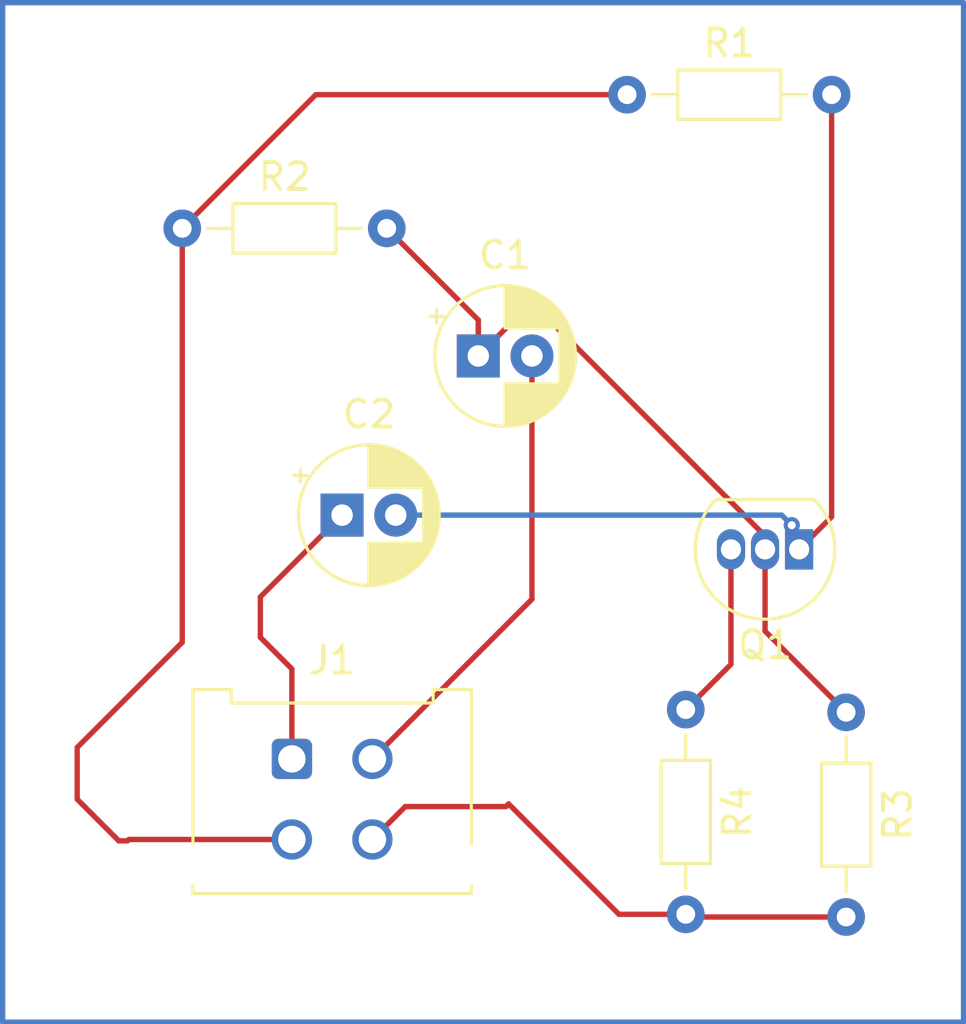
<source format=kicad_pcb>
(kicad_pcb (version 20240108) (generator "pcbnew") (generator_version "8.0")
  (layers (0 "F.Cu" signal) (31 "B.Cu" signal) (34 "B.Paste" user) (35 "F.Paste" user) (36 "B.SilkS" user "B.Silkscreen") (37 "F.SilkS" user "F.Silkscreen") (38 "B.Mask" user) (39 "F.Mask" user) (44 "Edge.Cuts" user))
  (net 0 "")
  (net 1 "input")
  (net 2 "Net-(Q1-B)")
  (net 3 "out")
  (net 4 "Net-(Q1-C)")
  (net 5 "Net-(J1-Pin_3)")
  (net 6 "Net-(J1-Pin_4)")
  (net 7 "Net-(Q1-E)")
  (footprint "Resistor_THT:R_Axial_DIN0204_L3.6mm_D1.6mm_P7.62mm_Horizontal" (layer "F.Cu") (at 156.35 109.14 -90)
    (property "Reference" "R3" (at 3.81 -1.92 90) (layer "F.SilkS"))
    (property "Value" "10k")
    (fp_line (start 1.89 0.92) (end 5.73 0.92) (stroke (width 0.12)) (layer "F.SilkS"))
    (fp_line (start 5.73 0.92) (end 5.73 -0.92) (stroke (width 0.12)) (layer "F.SilkS"))
    (fp_line (start 0.94 0) (end 1.89 0) (stroke (width 0.12)) (layer "F.SilkS"))
    (fp_line (start 6.68 0) (end 5.73 0) (stroke (width 0.12)) (layer "F.SilkS"))
    (fp_line (start 1.89 -0.92) (end 1.89 0.92) (stroke (width 0.12)) (layer "F.SilkS"))
    (fp_line (start 5.73 -0.92) (end 1.89 -0.92) (stroke (width 0.12)) (layer "F.SilkS"))
    (pad "1" thru_hole circle (at 0 0 270) (size 1.4 1.4) (drill 0.7) (layers "*.Cu" "*.Mask") (net 2 "Net-(Q1-B)"))
    (pad "2" thru_hole oval (at 7.62 0 270) (size 1.4 1.4) (drill 0.7) (layers "*.Cu" "*.Mask") (net 6 "Net-(J1-Pin_4)"))
  )
  (footprint "Resistor_THT:R_Axial_DIN0204_L3.6mm_D1.6mm_P7.62mm_Horizontal" (layer "F.Cu") (at 148.19 86.15)
    (property "Reference" "R1" (at 3.81 -1.92 0) (layer "F.SilkS"))
    (property "Value" "4.7k")
    (fp_line (start 0.94 0) (end 1.89 0) (stroke (width 0.12)) (layer "F.SilkS"))
    (fp_line (start 1.89 -0.92) (end 1.89 0.92) (stroke (width 0.12)) (layer "F.SilkS"))
    (fp_line (start 1.89 0.92) (end 5.73 0.92) (stroke (width 0.12)) (layer "F.SilkS"))
    (fp_line (start 5.73 -0.92) (end 1.89 -0.92) (stroke (width 0.12)) (layer "F.SilkS"))
    (fp_line (start 5.73 0.92) (end 5.73 -0.92) (stroke (width 0.12)) (layer "F.SilkS"))
    (fp_line (start 6.68 0) (end 5.73 0) (stroke (width 0.12)) (layer "F.SilkS"))
    (pad "1" thru_hole circle (at 0 0) (size 1.4 1.4) (drill 0.7) (layers "*.Cu" "*.Mask") (net 5 "Net-(J1-Pin_3)"))
    (pad "2" thru_hole oval (at 7.62 0) (size 1.4 1.4) (drill 0.7) (layers "*.Cu" "*.Mask") (net 4 "Net-(Q1-C)"))
  )
  (footprint "Capacitor_THT:CP_Radial_D5.0mm_P2.00mm" (layer "F.Cu") (at 142.644888 95.875)
    (property "Reference" "C1" (at 1 -3.75 0) (layer "F.SilkS"))
    (property "Value" "1u")
    (fp_line (start -1.804775 -1.475) (end -1.304775 -1.475) (stroke (width 0.12)) (layer "F.SilkS"))
    (fp_line (start -1.554775 -1.725) (end -1.554775 -1.225) (stroke (width 0.12)) (layer "F.SilkS"))
    (fp_line (start 1 -2.58) (end 1 -1.04) (stroke (width 0.12)) (layer "F.SilkS"))
    (fp_line (start 1 1.04) (end 1 2.58) (stroke (width 0.12)) (layer "F.SilkS"))
    (fp_line (start 1.04 -2.58) (end 1.04 -1.04) (stroke (width 0.12)) (layer "F.SilkS"))
    (fp_line (start 1.04 1.04) (end 1.04 2.58) (stroke (width 0.12)) (layer "F.SilkS"))
    (fp_line (start 1.08 -2.579) (end 1.08 -1.04) (stroke (width 0.12)) (layer "F.SilkS"))
    (fp_line (start 1.08 1.04) (end 1.08 2.579) (stroke (width 0.12)) (layer "F.SilkS"))
    (fp_line (start 1.12 -2.578) (end 1.12 -1.04) (stroke (width 0.12)) (layer "F.SilkS"))
    (fp_line (start 1.12 1.04) (end 1.12 2.578) (stroke (width 0.12)) (layer "F.SilkS"))
    (fp_line (start 1.16 -2.576) (end 1.16 -1.04) (stroke (width 0.12)) (layer "F.SilkS"))
    (fp_line (start 1.16 1.04) (end 1.16 2.576) (stroke (width 0.12)) (layer "F.SilkS"))
    (fp_line (start 1.2 -2.573) (end 1.2 -1.04) (stroke (width 0.12)) (layer "F.SilkS"))
    (fp_line (start 1.2 1.04) (end 1.2 2.573) (stroke (width 0.12)) (layer "F.SilkS"))
    (fp_line (start 1.24 -2.569) (end 1.24 -1.04) (stroke (width 0.12)) (layer "F.SilkS"))
    (fp_line (start 1.24 1.04) (end 1.24 2.569) (stroke (width 0.12)) (layer "F.SilkS"))
    (fp_line (start 1.28 -2.565) (end 1.28 -1.04) (stroke (width 0.12)) (layer "F.SilkS"))
    (fp_line (start 1.28 1.04) (end 1.28 2.565) (stroke (width 0.12)) (layer "F.SilkS"))
    (fp_line (start 1.32 -2.561) (end 1.32 -1.04) (stroke (width 0.12)) (layer "F.SilkS"))
    (fp_line (start 1.32 1.04) (end 1.32 2.561) (stroke (width 0.12)) (layer "F.SilkS"))
    (fp_line (start 1.36 -2.556) (end 1.36 -1.04) (stroke (width 0.12)) (layer "F.SilkS"))
    (fp_line (start 1.36 1.04) (end 1.36 2.556) (stroke (width 0.12)) (layer "F.SilkS"))
    (fp_line (start 1.4 -2.55) (end 1.4 -1.04) (stroke (width 0.12)) (layer "F.SilkS"))
    (fp_line (start 1.4 1.04) (end 1.4 2.55) (stroke (width 0.12)) (layer "F.SilkS"))
    (fp_line (start 1.44 -2.543) (end 1.44 -1.04) (stroke (width 0.12)) (layer "F.SilkS"))
    (fp_line (start 1.44 1.04) (end 1.44 2.543) (stroke (width 0.12)) (layer "F.SilkS"))
    (fp_line (start 1.48 -2.536) (end 1.48 -1.04) (stroke (width 0.12)) (layer "F.SilkS"))
    (fp_line (start 1.48 1.04) (end 1.48 2.536) (stroke (width 0.12)) (layer "F.SilkS"))
    (fp_line (start 1.52 -2.528) (end 1.52 -1.04) (stroke (width 0.12)) (layer "F.SilkS"))
    (fp_line (start 1.52 1.04) (end 1.52 2.528) (stroke (width 0.12)) (layer "F.SilkS"))
    (fp_line (start 1.56 -2.52) (end 1.56 -1.04) (stroke (width 0.12)) (layer "F.SilkS"))
    (fp_line (start 1.56 1.04) (end 1.56 2.52) (stroke (width 0.12)) (layer "F.SilkS"))
    (fp_line (start 1.6 -2.511) (end 1.6 -1.04) (stroke (width 0.12)) (layer "F.SilkS"))
    (fp_line (start 1.6 1.04) (end 1.6 2.511) (stroke (width 0.12)) (layer "F.SilkS"))
    (fp_line (start 1.64 -2.501) (end 1.64 -1.04) (stroke (width 0.12)) (layer "F.SilkS"))
    (fp_line (start 1.64 1.04) (end 1.64 2.501) (stroke (width 0.12)) (layer "F.SilkS"))
    (fp_line (start 1.68 -2.491) (end 1.68 -1.04) (stroke (width 0.12)) (layer "F.SilkS"))
    (fp_line (start 1.68 1.04) (end 1.68 2.491) (stroke (width 0.12)) (layer "F.SilkS"))
    (fp_line (start 1.721 -2.48) (end 1.721 -1.04) (stroke (width 0.12)) (layer "F.SilkS"))
    (fp_line (start 1.721 1.04) (end 1.721 2.48) (stroke (width 0.12)) (layer "F.SilkS"))
    (fp_line (start 1.761 -2.468) (end 1.761 -1.04) (stroke (width 0.12)) (layer "F.SilkS"))
    (fp_line (start 1.761 1.04) (end 1.761 2.468) (stroke (width 0.12)) (layer "F.SilkS"))
    (fp_line (start 1.801 -2.455) (end 1.801 -1.04) (stroke (width 0.12)) (layer "F.SilkS"))
    (fp_line (start 1.801 1.04) (end 1.801 2.455) (stroke (width 0.12)) (layer "F.SilkS"))
    (fp_line (start 1.841 -2.442) (end 1.841 -1.04) (stroke (width 0.12)) (layer "F.SilkS"))
    (fp_line (start 1.841 1.04) (end 1.841 2.442) (stroke (width 0.12)) (layer "F.SilkS"))
    (fp_line (start 1.881 -2.428) (end 1.881 -1.04) (stroke (width 0.12)) (layer "F.SilkS"))
    (fp_line (start 1.881 1.04) (end 1.881 2.428) (stroke (width 0.12)) (layer "F.SilkS"))
    (fp_line (start 1.921 -2.414) (end 1.921 -1.04) (stroke (width 0.12)) (layer "F.SilkS"))
    (fp_line (start 1.921 1.04) (end 1.921 2.414) (stroke (width 0.12)) (layer "F.SilkS"))
    (fp_line (start 1.961 -2.398) (end 1.961 -1.04) (stroke (width 0.12)) (layer "F.SilkS"))
    (fp_line (start 1.961 1.04) (end 1.961 2.398) (stroke (width 0.12)) (layer "F.SilkS"))
    (fp_line (start 2.001 -2.382) (end 2.001 -1.04) (stroke (width 0.12)) (layer "F.SilkS"))
    (fp_line (start 2.001 1.04) (end 2.001 2.382) (stroke (width 0.12)) (layer "F.SilkS"))
    (fp_line (start 2.041 -2.365) (end 2.041 -1.04) (stroke (width 0.12)) (layer "F.SilkS"))
    (fp_line (start 2.041 1.04) (end 2.041 2.365) (stroke (width 0.12)) (layer "F.SilkS"))
    (fp_line (start 2.081 -2.348) (end 2.081 -1.04) (stroke (width 0.12)) (layer "F.SilkS"))
    (fp_line (start 2.081 1.04) (end 2.081 2.348) (stroke (width 0.12)) (layer "F.SilkS"))
    (fp_line (start 2.121 -2.329) (end 2.121 -1.04) (stroke (width 0.12)) (layer "F.SilkS"))
    (fp_line (start 2.121 1.04) (end 2.121 2.329) (stroke (width 0.12)) (layer "F.SilkS"))
    (fp_line (start 2.161 -2.31) (end 2.161 -1.04) (stroke (width 0.12)) (layer "F.SilkS"))
    (fp_line (start 2.161 1.04) (end 2.161 2.31) (stroke (width 0.12)) (layer "F.SilkS"))
    (fp_line (start 2.201 -2.29) (end 2.201 -1.04) (stroke (width 0.12)) (layer "F.SilkS"))
    (fp_line (start 2.201 1.04) (end 2.201 2.29) (stroke (width 0.12)) (layer "F.SilkS"))
    (fp_line (start 2.241 -2.268) (end 2.241 -1.04) (stroke (width 0.12)) (layer "F.SilkS"))
    (fp_line (start 2.241 1.04) (end 2.241 2.268) (stroke (width 0.12)) (layer "F.SilkS"))
    (fp_line (start 2.281 -2.247) (end 2.281 -1.04) (stroke (width 0.12)) (layer "F.SilkS"))
    (fp_line (start 2.281 1.04) (end 2.281 2.247) (stroke (width 0.12)) (layer "F.SilkS"))
    (fp_line (start 2.321 -2.224) (end 2.321 -1.04) (stroke (width 0.12)) (layer "F.SilkS"))
    (fp_line (start 2.321 1.04) (end 2.321 2.224) (stroke (width 0.12)) (layer "F.SilkS"))
    (fp_line (start 2.361 -2.2) (end 2.361 -1.04) (stroke (width 0.12)) (layer "F.SilkS"))
    (fp_line (start 2.361 1.04) (end 2.361 2.2) (stroke (width 0.12)) (layer "F.SilkS"))
    (fp_line (start 2.401 -2.175) (end 2.401 -1.04) (stroke (width 0.12)) (layer "F.SilkS"))
    (fp_line (start 2.401 1.04) (end 2.401 2.175) (stroke (width 0.12)) (layer "F.SilkS"))
    (fp_line (start 2.441 -2.149) (end 2.441 -1.04) (stroke (width 0.12)) (layer "F.SilkS"))
    (fp_line (start 2.441 1.04) (end 2.441 2.149) (stroke (width 0.12)) (layer "F.SilkS"))
    (fp_line (start 2.481 -2.122) (end 2.481 -1.04) (stroke (width 0.12)) (layer "F.SilkS"))
    (fp_line (start 2.481 1.04) (end 2.481 2.122) (stroke (width 0.12)) (layer "F.SilkS"))
    (fp_line (start 2.521 -2.095) (end 2.521 -1.04) (stroke (width 0.12)) (layer "F.SilkS"))
    (fp_line (start 2.521 1.04) (end 2.521 2.095) (stroke (width 0.12)) (layer "F.SilkS"))
    (fp_line (start 2.561 -2.065) (end 2.561 -1.04) (stroke (width 0.12)) (layer "F.SilkS"))
    (fp_line (start 2.561 1.04) (end 2.561 2.065) (stroke (width 0.12)) (layer "F.SilkS"))
    (fp_line (start 2.601 -2.035) (end 2.601 -1.04) (stroke (width 0.12)) (layer "F.SilkS"))
    (fp_line (start 2.601 1.04) (end 2.601 2.035) (stroke (width 0.12)) (layer "F.SilkS"))
    (fp_line (start 2.641 -2.004) (end 2.641 -1.04) (stroke (width 0.12)) (layer "F.SilkS"))
    (fp_line (start 2.641 1.04) (end 2.641 2.004) (stroke (width 0.12)) (layer "F.SilkS"))
    (fp_line (start 2.681 -1.971) (end 2.681 -1.04) (stroke (width 0.12)) (layer "F.SilkS"))
    (fp_line (start 2.681 1.04) (end 2.681 1.971) (stroke (width 0.12)) (layer "F.SilkS"))
    (fp_line (start 2.721 -1.937) (end 2.721 -1.04) (stroke (width 0.12)) (layer "F.SilkS"))
    (fp_line (start 2.721 1.04) (end 2.721 1.937) (stroke (width 0.12)) (layer "F.SilkS"))
    (fp_line (start 2.761 -1.901) (end 2.761 -1.04) (stroke (width 0.12)) (layer "F.SilkS"))
    (fp_line (start 2.761 1.04) (end 2.761 1.901) (stroke (width 0.12)) (layer "F.SilkS"))
    (fp_line (start 2.801 -1.864) (end 2.801 -1.04) (stroke (width 0.12)) (layer "F.SilkS"))
    (fp_line (start 2.801 1.04) (end 2.801 1.864) (stroke (width 0.12)) (layer "F.SilkS"))
    (fp_line (start 2.841 -1.826) (end 2.841 -1.04) (stroke (width 0.12)) (layer "F.SilkS"))
    (fp_line (start 2.841 1.04) (end 2.841 1.826) (stroke (width 0.12)) (layer "F.SilkS"))
    (fp_line (start 2.881 -1.785) (end 2.881 -1.04) (stroke (width 0.12)) (layer "F.SilkS"))
    (fp_line (start 2.881 1.04) (end 2.881 1.785) (stroke (width 0.12)) (layer "F.SilkS"))
    (fp_line (start 2.921 -1.743) (end 2.921 -1.04) (stroke (width 0.12)) (layer "F.SilkS"))
    (fp_line (start 2.921 1.04) (end 2.921 1.743) (stroke (width 0.12)) (layer "F.SilkS"))
    (fp_line (start 2.961 -1.699) (end 2.961 -1.04) (stroke (width 0.12)) (layer "F.SilkS"))
    (fp_line (start 2.961 1.04) (end 2.961 1.699) (stroke (width 0.12)) (layer "F.SilkS"))
    (fp_line (start 3.001 -1.653) (end 3.001 -1.04) (stroke (width 0.12)) (layer "F.SilkS"))
    (fp_line (start 3.001 1.04) (end 3.001 1.653) (stroke (width 0.12)) (layer "F.SilkS"))
    (fp_line (start 3.041 -1.605) (end 3.041 1.605) (stroke (width 0.12)) (layer "F.SilkS"))
    (fp_line (start 3.081 -1.554) (end 3.081 1.554) (stroke (width 0.12)) (layer "F.SilkS"))
    (fp_line (start 3.121 -1.5) (end 3.121 1.5) (stroke (width 0.12)) (layer "F.SilkS"))
    (fp_line (start 3.161 -1.443) (end 3.161 1.443) (stroke (width 0.12)) (layer "F.SilkS"))
    (fp_line (start 3.201 -1.383) (end 3.201 1.383) (stroke (width 0.12)) (layer "F.SilkS"))
    (fp_line (start 3.241 -1.319) (end 3.241 1.319) (stroke (width 0.12)) (layer "F.SilkS"))
    (fp_line (start 3.281 -1.251) (end 3.281 1.251) (stroke (width 0.12)) (layer "F.SilkS"))
    (fp_line (start 3.321 -1.178) (end 3.321 1.178) (stroke (width 0.12)) (layer "F.SilkS"))
    (fp_line (start 3.361 -1.098) (end 3.361 1.098) (stroke (width 0.12)) (layer "F.SilkS"))
    (fp_line (start 3.401 -1.011) (end 3.401 1.011) (stroke (width 0.12)) (layer "F.SilkS"))
    (fp_line (start 3.441 -0.915) (end 3.441 0.915) (stroke (width 0.12)) (layer "F.SilkS"))
    (fp_line (start 3.481 -0.805) (end 3.481 0.805) (stroke (width 0.12)) (layer "F.SilkS"))
    (fp_line (start 3.521 -0.677) (end 3.521 0.677) (stroke (width 0.12)) (layer "F.SilkS"))
    (fp_line (start 3.561 -0.518) (end 3.561 0.518) (stroke (width 0.12)) (layer "F.SilkS"))
    (fp_line (start 3.601 -0.284) (end 3.601 0.284) (stroke (width 0.12)) (layer "F.SilkS"))
    (fp_circle (center 1 0) (end 3.62 0) (stroke (width 0.12)) (fill none) (layer "F.SilkS"))
    (pad "1" thru_hole rect (at 0 0) (size 1.6 1.6) (drill 0.8) (layers "*.Cu" "*.Mask") (net 2 "Net-(Q1-B)"))
    (pad "2" thru_hole circle (at 2 0) (size 1.6 1.6) (drill 0.8) (layers "*.Cu" "*.Mask") (net 1 "input"))
  )
  (footprint "Connector_Molex:Molex_Micro-Fit_3.0_43045-0412_2x02_P3.00mm_Vertical" (layer "F.Cu") (at 135.7 110.875)
    (property "Reference" "J1" (at 1.5 -3.67 0) (layer "F.SilkS"))
    (property "Value" "Conn_01x04_Pin")
    (fp_line (start -3.685 -2.58) (end -2.265 -2.58) (stroke (width 0.12)) (layer "F.SilkS"))
    (fp_line (start -3.685 3.17) (end -3.685 -2.58) (stroke (width 0.12)) (layer "F.SilkS"))
    (fp_line (start -3.685 4.71) (end -3.685 5.01) (stroke (width 0.12)) (layer "F.SilkS"))
    (fp_line (start -3.685 5.01) (end 6.685 5.01) (stroke (width 0.12)) (layer "F.SilkS"))
    (fp_line (start -2.265 -2.58) (end -2.265 -2.08) (stroke (width 0.12)) (layer "F.SilkS"))
    (fp_line (start -2.265 -2.08) (end 5.265 -2.08) (stroke (width 0.12)) (layer "F.SilkS"))
    (fp_line (start 5.265 -2.58) (end 6.685 -2.58) (stroke (width 0.12)) (layer "F.SilkS"))
    (fp_line (start 5.265 -2.08) (end 5.265 -2.58) (stroke (width 0.12)) (layer "F.SilkS"))
    (fp_line (start 6.685 -2.58) (end 6.685 3.17) (stroke (width 0.12)) (layer "F.SilkS"))
    (fp_line (start 6.685 5.01) (end 6.685 4.71) (stroke (width 0.12)) (layer "F.SilkS"))
    (pad "" np_thru_hole circle (at -3 3.94) (size 1.02 1.02) (drill 1.02) (layers "*.Cu" "*.Mask"))
    (pad "" np_thru_hole circle (at 6 3.94) (size 1.02 1.02) (drill 1.02) (layers "*.Cu" "*.Mask"))
    (pad "1" thru_hole roundrect (at 0 0) (size 1.5 1.5) (drill 1.02) (layers "*.Cu" "*.Mask") (roundrect_rratio 0.166667) (net 3 "out"))
    (pad "2" thru_hole circle (at 3 0) (size 1.5 1.5) (drill 1.02) (layers "*.Cu" "*.Mask") (net 1 "input"))
    (pad "3" thru_hole circle (at 0 3) (size 1.5 1.5) (drill 1.02) (layers "*.Cu" "*.Mask") (net 5 "Net-(J1-Pin_3)"))
    (pad "4" thru_hole circle (at 3 3) (size 1.5 1.5) (drill 1.02) (layers "*.Cu" "*.Mask") (net 6 "Net-(J1-Pin_4)"))
  )
  (footprint "Capacitor_THT:CP_Radial_D5.0mm_P2.00mm" (layer "F.Cu") (at 137.569888 101.8)
    (property "Reference" "C2" (at 1 -3.75 0) (layer "F.SilkS"))
    (property "Value" "1u")
    (fp_line (start -1.804775 -1.475) (end -1.304775 -1.475) (stroke (width 0.12)) (layer "F.SilkS"))
    (fp_line (start -1.554775 -1.725) (end -1.554775 -1.225) (stroke (width 0.12)) (layer "F.SilkS"))
    (fp_line (start 1 -2.58) (end 1 -1.04) (stroke (width 0.12)) (layer "F.SilkS"))
    (fp_line (start 1 1.04) (end 1 2.58) (stroke (width 0.12)) (layer "F.SilkS"))
    (fp_line (start 1.04 -2.58) (end 1.04 -1.04) (stroke (width 0.12)) (layer "F.SilkS"))
    (fp_line (start 1.04 1.04) (end 1.04 2.58) (stroke (width 0.12)) (layer "F.SilkS"))
    (fp_line (start 1.08 -2.579) (end 1.08 -1.04) (stroke (width 0.12)) (layer "F.SilkS"))
    (fp_line (start 1.08 1.04) (end 1.08 2.579) (stroke (width 0.12)) (layer "F.SilkS"))
    (fp_line (start 1.12 -2.578) (end 1.12 -1.04) (stroke (width 0.12)) (layer "F.SilkS"))
    (fp_line (start 1.12 1.04) (end 1.12 2.578) (stroke (width 0.12)) (layer "F.SilkS"))
    (fp_line (start 1.16 -2.576) (end 1.16 -1.04) (stroke (width 0.12)) (layer "F.SilkS"))
    (fp_line (start 1.16 1.04) (end 1.16 2.576) (stroke (width 0.12)) (layer "F.SilkS"))
    (fp_line (start 1.2 -2.573) (end 1.2 -1.04) (stroke (width 0.12)) (layer "F.SilkS"))
    (fp_line (start 1.2 1.04) (end 1.2 2.573) (stroke (width 0.12)) (layer "F.SilkS"))
    (fp_line (start 1.24 -2.569) (end 1.24 -1.04) (stroke (width 0.12)) (layer "F.SilkS"))
    (fp_line (start 1.24 1.04) (end 1.24 2.569) (stroke (width 0.12)) (layer "F.SilkS"))
    (fp_line (start 1.28 -2.565) (end 1.28 -1.04) (stroke (width 0.12)) (layer "F.SilkS"))
    (fp_line (start 1.28 1.04) (end 1.28 2.565) (stroke (width 0.12)) (layer "F.SilkS"))
    (fp_line (start 1.32 -2.561) (end 1.32 -1.04) (stroke (width 0.12)) (layer "F.SilkS"))
    (fp_line (start 1.32 1.04) (end 1.32 2.561) (stroke (width 0.12)) (layer "F.SilkS"))
    (fp_line (start 1.36 -2.556) (end 1.36 -1.04) (stroke (width 0.12)) (layer "F.SilkS"))
    (fp_line (start 1.36 1.04) (end 1.36 2.556) (stroke (width 0.12)) (layer "F.SilkS"))
    (fp_line (start 1.4 -2.55) (end 1.4 -1.04) (stroke (width 0.12)) (layer "F.SilkS"))
    (fp_line (start 1.4 1.04) (end 1.4 2.55) (stroke (width 0.12)) (layer "F.SilkS"))
    (fp_line (start 1.44 -2.543) (end 1.44 -1.04) (stroke (width 0.12)) (layer "F.SilkS"))
    (fp_line (start 1.44 1.04) (end 1.44 2.543) (stroke (width 0.12)) (layer "F.SilkS"))
    (fp_line (start 1.48 -2.536) (end 1.48 -1.04) (stroke (width 0.12)) (layer "F.SilkS"))
    (fp_line (start 1.48 1.04) (end 1.48 2.536) (stroke (width 0.12)) (layer "F.SilkS"))
    (fp_line (start 1.52 -2.528) (end 1.52 -1.04) (stroke (width 0.12)) (layer "F.SilkS"))
    (fp_line (start 1.52 1.04) (end 1.52 2.528) (stroke (width 0.12)) (layer "F.SilkS"))
    (fp_line (start 1.56 -2.52) (end 1.56 -1.04) (stroke (width 0.12)) (layer "F.SilkS"))
    (fp_line (start 1.56 1.04) (end 1.56 2.52) (stroke (width 0.12)) (layer "F.SilkS"))
    (fp_line (start 1.6 -2.511) (end 1.6 -1.04) (stroke (width 0.12)) (layer "F.SilkS"))
    (fp_line (start 1.6 1.04) (end 1.6 2.511) (stroke (width 0.12)) (layer "F.SilkS"))
    (fp_line (start 1.64 -2.501) (end 1.64 -1.04) (stroke (width 0.12)) (layer "F.SilkS"))
    (fp_line (start 1.64 1.04) (end 1.64 2.501) (stroke (width 0.12)) (layer "F.SilkS"))
    (fp_line (start 1.68 -2.491) (end 1.68 -1.04) (stroke (width 0.12)) (layer "F.SilkS"))
    (fp_line (start 1.68 1.04) (end 1.68 2.491) (stroke (width 0.12)) (layer "F.SilkS"))
    (fp_line (start 1.721 -2.48) (end 1.721 -1.04) (stroke (width 0.12)) (layer "F.SilkS"))
    (fp_line (start 1.721 1.04) (end 1.721 2.48) (stroke (width 0.12)) (layer "F.SilkS"))
    (fp_line (start 1.761 -2.468) (end 1.761 -1.04) (stroke (width 0.12)) (layer "F.SilkS"))
    (fp_line (start 1.761 1.04) (end 1.761 2.468) (stroke (width 0.12)) (layer "F.SilkS"))
    (fp_line (start 1.801 -2.455) (end 1.801 -1.04) (stroke (width 0.12)) (layer "F.SilkS"))
    (fp_line (start 1.801 1.04) (end 1.801 2.455) (stroke (width 0.12)) (layer "F.SilkS"))
    (fp_line (start 1.841 -2.442) (end 1.841 -1.04) (stroke (width 0.12)) (layer "F.SilkS"))
    (fp_line (start 1.841 1.04) (end 1.841 2.442) (stroke (width 0.12)) (layer "F.SilkS"))
    (fp_line (start 1.881 -2.428) (end 1.881 -1.04) (stroke (width 0.12)) (layer "F.SilkS"))
    (fp_line (start 1.881 1.04) (end 1.881 2.428) (stroke (width 0.12)) (layer "F.SilkS"))
    (fp_line (start 1.921 -2.414) (end 1.921 -1.04) (stroke (width 0.12)) (layer "F.SilkS"))
    (fp_line (start 1.921 1.04) (end 1.921 2.414) (stroke (width 0.12)) (layer "F.SilkS"))
    (fp_line (start 1.961 -2.398) (end 1.961 -1.04) (stroke (width 0.12)) (layer "F.SilkS"))
    (fp_line (start 1.961 1.04) (end 1.961 2.398) (stroke (width 0.12)) (layer "F.SilkS"))
    (fp_line (start 2.001 -2.382) (end 2.001 -1.04) (stroke (width 0.12)) (layer "F.SilkS"))
    (fp_line (start 2.001 1.04) (end 2.001 2.382) (stroke (width 0.12)) (layer "F.SilkS"))
    (fp_line (start 2.041 -2.365) (end 2.041 -1.04) (stroke (width 0.12)) (layer "F.SilkS"))
    (fp_line (start 2.041 1.04) (end 2.041 2.365) (stroke (width 0.12)) (layer "F.SilkS"))
    (fp_line (start 2.081 -2.348) (end 2.081 -1.04) (stroke (width 0.12)) (layer "F.SilkS"))
    (fp_line (start 2.081 1.04) (end 2.081 2.348) (stroke (width 0.12)) (layer "F.SilkS"))
    (fp_line (start 2.121 -2.329) (end 2.121 -1.04) (stroke (width 0.12)) (layer "F.SilkS"))
    (fp_line (start 2.121 1.04) (end 2.121 2.329) (stroke (width 0.12)) (layer "F.SilkS"))
    (fp_line (start 2.161 -2.31) (end 2.161 -1.04) (stroke (width 0.12)) (layer "F.SilkS"))
    (fp_line (start 2.161 1.04) (end 2.161 2.31) (stroke (width 0.12)) (layer "F.SilkS"))
    (fp_line (start 2.201 -2.29) (end 2.201 -1.04) (stroke (width 0.12)) (layer "F.SilkS"))
    (fp_line (start 2.201 1.04) (end 2.201 2.29) (stroke (width 0.12)) (layer "F.SilkS"))
    (fp_line (start 2.241 -2.268) (end 2.241 -1.04) (stroke (width 0.12)) (layer "F.SilkS"))
    (fp_line (start 2.241 1.04) (end 2.241 2.268) (stroke (width 0.12)) (layer "F.SilkS"))
    (fp_line (start 2.281 -2.247) (end 2.281 -1.04) (stroke (width 0.12)) (layer "F.SilkS"))
    (fp_line (start 2.281 1.04) (end 2.281 2.247) (stroke (width 0.12)) (layer "F.SilkS"))
    (fp_line (start 2.321 -2.224) (end 2.321 -1.04) (stroke (width 0.12)) (layer "F.SilkS"))
    (fp_line (start 2.321 1.04) (end 2.321 2.224) (stroke (width 0.12)) (layer "F.SilkS"))
    (fp_line (start 2.361 -2.2) (end 2.361 -1.04) (stroke (width 0.12)) (layer "F.SilkS"))
    (fp_line (start 2.361 1.04) (end 2.361 2.2) (stroke (width 0.12)) (layer "F.SilkS"))
    (fp_line (start 2.401 -2.175) (end 2.401 -1.04) (stroke (width 0.12)) (layer "F.SilkS"))
    (fp_line (start 2.401 1.04) (end 2.401 2.175) (stroke (width 0.12)) (layer "F.SilkS"))
    (fp_line (start 2.441 -2.149) (end 2.441 -1.04) (stroke (width 0.12)) (layer "F.SilkS"))
    (fp_line (start 2.441 1.04) (end 2.441 2.149) (stroke (width 0.12)) (layer "F.SilkS"))
    (fp_line (start 2.481 -2.122) (end 2.481 -1.04) (stroke (width 0.12)) (layer "F.SilkS"))
    (fp_line (start 2.481 1.04) (end 2.481 2.122) (stroke (width 0.12)) (layer "F.SilkS"))
    (fp_line (start 2.521 -2.095) (end 2.521 -1.04) (stroke (width 0.12)) (layer "F.SilkS"))
    (fp_line (start 2.521 1.04) (end 2.521 2.095) (stroke (width 0.12)) (layer "F.SilkS"))
    (fp_line (start 2.561 -2.065) (end 2.561 -1.04) (stroke (width 0.12)) (layer "F.SilkS"))
    (fp_line (start 2.561 1.04) (end 2.561 2.065) (stroke (width 0.12)) (layer "F.SilkS"))
    (fp_line (start 2.601 -2.035) (end 2.601 -1.04) (stroke (width 0.12)) (layer "F.SilkS"))
    (fp_line (start 2.601 1.04) (end 2.601 2.035) (stroke (width 0.12)) (layer "F.SilkS"))
    (fp_line (start 2.641 -2.004) (end 2.641 -1.04) (stroke (width 0.12)) (layer "F.SilkS"))
    (fp_line (start 2.641 1.04) (end 2.641 2.004) (stroke (width 0.12)) (layer "F.SilkS"))
    (fp_line (start 2.681 -1.971) (end 2.681 -1.04) (stroke (width 0.12)) (layer "F.SilkS"))
    (fp_line (start 2.681 1.04) (end 2.681 1.971) (stroke (width 0.12)) (layer "F.SilkS"))
    (fp_line (start 2.721 -1.937) (end 2.721 -1.04) (stroke (width 0.12)) (layer "F.SilkS"))
    (fp_line (start 2.721 1.04) (end 2.721 1.937) (stroke (width 0.12)) (layer "F.SilkS"))
    (fp_line (start 2.761 -1.901) (end 2.761 -1.04) (stroke (width 0.12)) (layer "F.SilkS"))
    (fp_line (start 2.761 1.04) (end 2.761 1.901) (stroke (width 0.12)) (layer "F.SilkS"))
    (fp_line (start 2.801 -1.864) (end 2.801 -1.04) (stroke (width 0.12)) (layer "F.SilkS"))
    (fp_line (start 2.801 1.04) (end 2.801 1.864) (stroke (width 0.12)) (layer "F.SilkS"))
    (fp_line (start 2.841 -1.826) (end 2.841 -1.04) (stroke (width 0.12)) (layer "F.SilkS"))
    (fp_line (start 2.841 1.04) (end 2.841 1.826) (stroke (width 0.12)) (layer "F.SilkS"))
    (fp_line (start 2.881 -1.785) (end 2.881 -1.04) (stroke (width 0.12)) (layer "F.SilkS"))
    (fp_line (start 2.881 1.04) (end 2.881 1.785) (stroke (width 0.12)) (layer "F.SilkS"))
    (fp_line (start 2.921 -1.743) (end 2.921 -1.04) (stroke (width 0.12)) (layer "F.SilkS"))
    (fp_line (start 2.921 1.04) (end 2.921 1.743) (stroke (width 0.12)) (layer "F.SilkS"))
    (fp_line (start 2.961 -1.699) (end 2.961 -1.04) (stroke (width 0.12)) (layer "F.SilkS"))
    (fp_line (start 2.961 1.04) (end 2.961 1.699) (stroke (width 0.12)) (layer "F.SilkS"))
    (fp_line (start 3.001 -1.653) (end 3.001 -1.04) (stroke (width 0.12)) (layer "F.SilkS"))
    (fp_line (start 3.001 1.04) (end 3.001 1.653) (stroke (width 0.12)) (layer "F.SilkS"))
    (fp_line (start 3.041 -1.605) (end 3.041 1.605) (stroke (width 0.12)) (layer "F.SilkS"))
    (fp_line (start 3.081 -1.554) (end 3.081 1.554) (stroke (width 0.12)) (layer "F.SilkS"))
    (fp_line (start 3.121 -1.5) (end 3.121 1.5) (stroke (width 0.12)) (layer "F.SilkS"))
    (fp_line (start 3.161 -1.443) (end 3.161 1.443) (stroke (width 0.12)) (layer "F.SilkS"))
    (fp_line (start 3.201 -1.383) (end 3.201 1.383) (stroke (width 0.12)) (layer "F.SilkS"))
    (fp_line (start 3.241 -1.319) (end 3.241 1.319) (stroke (width 0.12)) (layer "F.SilkS"))
    (fp_line (start 3.281 -1.251) (end 3.281 1.251) (stroke (width 0.12)) (layer "F.SilkS"))
    (fp_line (start 3.321 -1.178) (end 3.321 1.178) (stroke (width 0.12)) (layer "F.SilkS"))
    (fp_line (start 3.361 -1.098) (end 3.361 1.098) (stroke (width 0.12)) (layer "F.SilkS"))
    (fp_line (start 3.401 -1.011) (end 3.401 1.011) (stroke (width 0.12)) (layer "F.SilkS"))
    (fp_line (start 3.441 -0.915) (end 3.441 0.915) (stroke (width 0.12)) (layer "F.SilkS"))
    (fp_line (start 3.481 -0.805) (end 3.481 0.805) (stroke (width 0.12)) (layer "F.SilkS"))
    (fp_line (start 3.521 -0.677) (end 3.521 0.677) (stroke (width 0.12)) (layer "F.SilkS"))
    (fp_line (start 3.561 -0.518) (end 3.561 0.518) (stroke (width 0.12)) (layer "F.SilkS"))
    (fp_line (start 3.601 -0.284) (end 3.601 0.284) (stroke (width 0.12)) (layer "F.SilkS"))
    (fp_circle (center 1 0) (end 3.62 0) (stroke (width 0.12)) (fill none) (layer "F.SilkS"))
    (pad "1" thru_hole rect (at 0 0) (size 1.6 1.6) (drill 0.8) (layers "*.Cu" "*.Mask") (net 3 "out"))
    (pad "2" thru_hole circle (at 2 0) (size 1.6 1.6) (drill 0.8) (layers "*.Cu" "*.Mask") (net 4 "Net-(Q1-C)"))
  )
  (footprint "Resistor_THT:R_Axial_DIN0204_L3.6mm_D1.6mm_P7.62mm_Horizontal" (layer "F.Cu") (at 131.615 91.125)
    (property "Reference" "R2" (at 3.81 -1.92 0) (layer "F.SilkS"))
    (property "Value" "47k")
    (fp_line (start 0.94 0) (end 1.89 0) (stroke (width 0.12)) (layer "F.SilkS"))
    (fp_line (start 1.89 -0.92) (end 1.89 0.92) (stroke (width 0.12)) (layer "F.SilkS"))
    (fp_line (start 1.89 0.92) (end 5.73 0.92) (stroke (width 0.12)) (layer "F.SilkS"))
    (fp_line (start 5.73 -0.92) (end 1.89 -0.92) (stroke (width 0.12)) (layer "F.SilkS"))
    (fp_line (start 5.73 0.92) (end 5.73 -0.92) (stroke (width 0.12)) (layer "F.SilkS"))
    (fp_line (start 6.68 0) (end 5.73 0) (stroke (width 0.12)) (layer "F.SilkS"))
    (pad "1" thru_hole circle (at 0 0) (size 1.4 1.4) (drill 0.7) (layers "*.Cu" "*.Mask") (net 5 "Net-(J1-Pin_3)"))
    (pad "2" thru_hole oval (at 7.62 0) (size 1.4 1.4) (drill 0.7) (layers "*.Cu" "*.Mask") (net 2 "Net-(Q1-B)"))
  )
  (footprint "Package_TO_SOT_THT:TO-92_Inline" (layer "F.Cu") (at 154.6 103.075 180)
    (property "Reference" "Q1" (at 1.27 -3.56 0) (layer "F.SilkS"))
    (property "Value" "BC546")
    (fp_line (start -0.53 1.85) (end 3.07 1.85) (stroke (width 0.12)) (layer "F.SilkS"))
    (fp_arc (start 1.27 -2.6) (mid 3.672087 -0.994977) (end 3.108478 1.838478) (stroke (width 0.12)) (layer "F.SilkS"))
    (fp_arc (start -0.568478 1.838478) (mid -1.132087 -0.994977) (end 1.27 -2.6) (stroke (width 0.12)) (layer "F.SilkS"))
    (pad "1" thru_hole rect (at 0 0 180) (size 1.05 1.5) (drill 0.75) (layers "*.Cu" "*.Mask") (net 4 "Net-(Q1-C)"))
    (pad "2" thru_hole oval (at 1.27 0 180) (size 1.05 1.5) (drill 0.75) (layers "*.Cu" "*.Mask") (net 2 "Net-(Q1-B)"))
    (pad "3" thru_hole oval (at 2.54 0 180) (size 1.05 1.5) (drill 0.75) (layers "*.Cu" "*.Mask") (net 7 "Net-(Q1-E)"))
  )
  (footprint "Resistor_THT:R_Axial_DIN0204_L3.6mm_D1.6mm_P7.62mm_Horizontal" (layer "F.Cu") (at 150.375 109.04 -90)
    (property "Reference" "R4" (at 3.81 -1.92 90) (layer "F.SilkS"))
    (property "Value" "270")
    (fp_line (start 1.89 0.92) (end 5.73 0.92) (stroke (width 0.12)) (layer "F.SilkS"))
    (fp_line (start 5.73 0.92) (end 5.73 -0.92) (stroke (width 0.12)) (layer "F.SilkS"))
    (fp_line (start 0.94 0) (end 1.89 0) (stroke (width 0.12)) (layer "F.SilkS"))
    (fp_line (start 6.68 0) (end 5.73 0) (stroke (width 0.12)) (layer "F.SilkS"))
    (fp_line (start 1.89 -0.92) (end 1.89 0.92) (stroke (width 0.12)) (layer "F.SilkS"))
    (fp_line (start 5.73 -0.92) (end 1.89 -0.92) (stroke (width 0.12)) (layer "F.SilkS"))
    (pad "1" thru_hole circle (at 0 0 270) (size 1.4 1.4) (drill 0.7) (layers "*.Cu" "*.Mask") (net 7 "Net-(Q1-E)"))
    (pad "2" thru_hole oval (at 7.62 0 270) (size 1.4 1.4) (drill 0.7) (layers "*.Cu" "*.Mask") (net 6 "Net-(J1-Pin_4)"))
  )
  (gr_rect (start 124.925 82.725) (end 160.725 120.675) (stroke (width 0.2)) (fill none) (layer "B.Cu"))
  (segment (start 144.644888 104.930112) (end 138.7 110.875) (width 0.2) (layer "F.Cu") (net 1))
  (segment (start 144.644888 95.875) (end 144.644888 104.930112) (width 0.2) (layer "F.Cu") (net 1))
  (segment (start 142.644888 94.534888) (end 142.644888 95.875) (width 0.2) (layer "F.Cu") (net 2))
  (segment (start 153.33 106.12) (end 153.33 103.075) (width 0.2) (layer "F.Cu") (net 2))
  (segment (start 143.744888 94.775) (end 145.53 94.775) (width 0.2) (layer "F.Cu") (net 2))
  (segment (start 142.644888 95.875) (end 143.744888 94.775) (width 0.2) (layer "F.Cu") (net 2))
  (segment (start 139.235 91.125) (end 142.644888 94.534888) (width 0.2) (layer "F.Cu") (net 2))
  (segment (start 156.35 109.14) (end 153.33 106.12) (width 0.2) (layer "F.Cu") (net 2))
  (segment (start 153.33 102.575) (end 153.33 103.075) (width 0.2) (layer "F.Cu") (net 2))
  (segment (start 142.644888 94.805112) (end 142.644888 95.875) (width 0.2) (layer "F.Cu") (net 2))
  (segment (start 145.53 94.775) (end 153.33 102.575) (width 0.2) (layer "F.Cu") (net 2))
  (segment (start 134.525 106.35) (end 135.7 107.525) (width 0.2) (layer "F.Cu") (net 3))
  (segment (start 134.525 104.844888) (end 134.525 106.35) (width 0.2) (layer "F.Cu") (net 3))
  (segment (start 137.569888 101.8) (end 134.525 104.844888) (width 0.2) (layer "F.Cu") (net 3))
  (segment (start 135.7 107.525) (end 135.7 110.875) (width 0.2) (layer "F.Cu") (net 3))
  (segment (start 155.81 86.15) (end 155.81 101.865) (width 0.2) (layer "F.Cu") (net 4))
  (segment (start 155.81 101.865) (end 154.6 103.075) (width 0.2) (layer "F.Cu") (net 4))
  (via (at 154.325 102.175) (size 0.6) (drill 0.3) (layers "F.Cu" "B.Cu") (net 4))
  (segment (start 139.569888 101.8) (end 153.95 101.8) (width 0.2) (layer "B.Cu") (net 4))
  (segment (start 153.95 101.8) (end 154.325 102.175) (width 0.2) (layer "B.Cu") (net 4))
  (segment (start 129.575 113.925) (end 129.625 113.875) (width 0.2) (layer "F.Cu") (net 5))
  (segment (start 131.615 91.125) (end 131.615 106.535) (width 0.2) (layer "F.Cu") (net 5))
  (segment (start 131.615 106.535) (end 127.7 110.45) (width 0.2) (layer "F.Cu") (net 5))
  (segment (start 136.59 86.15) (end 131.615 91.125) (width 0.2) (layer "F.Cu") (net 5))
  (segment (start 129.25 113.925) (end 129.575 113.925) (width 0.2) (layer "F.Cu") (net 5))
  (segment (start 127.7 110.45) (end 127.7 112.375) (width 0.2) (layer "F.Cu") (net 5))
  (segment (start 127.7 112.375) (end 129.25 113.925) (width 0.2) (layer "F.Cu") (net 5))
  (segment (start 129.625 113.875) (end 135.7 113.875) (width 0.2) (layer "F.Cu") (net 5))
  (segment (start 148.19 86.15) (end 136.59 86.15) (width 0.2) (layer "F.Cu") (net 5))
  (segment (start 139.925 112.65) (end 138.7 113.875) (width 0.2) (layer "F.Cu") (net 6))
  (segment (start 143.775 112.55) (end 143.675 112.65) (width 0.2) (layer "F.Cu") (net 6))
  (segment (start 150.475 116.76) (end 150.375 116.66) (width 0.2) (layer "F.Cu") (net 6))
  (segment (start 150.375 116.66) (end 147.885 116.66) (width 0.2) (layer "F.Cu") (net 6))
  (segment (start 147.885 116.66) (end 143.775 112.55) (width 0.2) (layer "F.Cu") (net 6))
  (segment (start 143.675 112.65) (end 139.925 112.65) (width 0.2) (layer "F.Cu") (net 6))
  (segment (start 156.35 116.76) (end 150.475 116.76) (width 0.2) (layer "F.Cu") (net 6))
  (segment (start 152.06 103.075) (end 152.06 107.355) (width 0.2) (layer "F.Cu") (net 7))
  (segment (start 152.06 107.355) (end 150.375 109.04) (width 0.2) (layer "F.Cu") (net 7))
)
</source>
